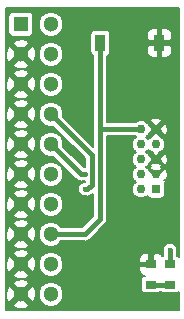
<source format=gtl>
G04 #@! TF.GenerationSoftware,KiCad,Pcbnew,5.0.1-33cea8e~68~ubuntu18.04.1*
G04 #@! TF.CreationDate,2018-11-22T22:47:37+01:00*
G04 #@! TF.ProjectId,jtag_20pin_to_10pin,6A7461675F323070696E5F746F5F3130,rev?*
G04 #@! TF.SameCoordinates,Original*
G04 #@! TF.FileFunction,Copper,L1,Top,Signal*
G04 #@! TF.FilePolarity,Positive*
%FSLAX46Y46*%
G04 Gerber Fmt 4.6, Leading zero omitted, Abs format (unit mm)*
G04 Created by KiCad (PCBNEW 5.0.1-33cea8e~68~ubuntu18.04.1) date do 22 nov 2018 22:47:37 CET*
%MOMM*%
%LPD*%
G01*
G04 APERTURE LIST*
G04 #@! TA.AperFunction,SMDPad,CuDef*
%ADD10R,0.900000X0.700000*%
G04 #@! TD*
G04 #@! TA.AperFunction,ComponentPad*
%ADD11R,1.300000X1.300000*%
G04 #@! TD*
G04 #@! TA.AperFunction,ComponentPad*
%ADD12C,1.300000*%
G04 #@! TD*
G04 #@! TA.AperFunction,ComponentPad*
%ADD13R,0.750000X0.750000*%
G04 #@! TD*
G04 #@! TA.AperFunction,ComponentPad*
%ADD14C,0.750000*%
G04 #@! TD*
G04 #@! TA.AperFunction,SMDPad,CuDef*
%ADD15R,0.900000X1.400000*%
G04 #@! TD*
G04 #@! TA.AperFunction,ViaPad*
%ADD16C,0.381000*%
G04 #@! TD*
G04 #@! TA.AperFunction,Conductor*
%ADD17C,0.400000*%
G04 #@! TD*
G04 #@! TA.AperFunction,Conductor*
%ADD18C,0.200000*%
G04 #@! TD*
G04 APERTURE END LIST*
D10*
G04 #@! TO.P,D1,1*
G04 #@! TO.N,Net-(D1-Pad1)*
X144700000Y-93150000D03*
G04 #@! TO.P,D1,2*
G04 #@! TO.N,VCC*
X144700000Y-91450000D03*
G04 #@! TD*
D11*
G04 #@! TO.P,J1,1*
G04 #@! TO.N,VCC*
X132080000Y-71120000D03*
D12*
G04 #@! TO.P,J1,2*
X134620000Y-71120000D03*
G04 #@! TO.P,J1,3*
G04 #@! TO.N,GND*
X132080000Y-73660000D03*
G04 #@! TO.P,J1,4*
G04 #@! TO.N,N/C*
X134620000Y-73660000D03*
G04 #@! TO.P,J1,5*
G04 #@! TO.N,GND*
X132080000Y-76200000D03*
G04 #@! TO.P,J1,6*
G04 #@! TO.N,/TDI*
X134620000Y-76200000D03*
G04 #@! TO.P,J1,7*
G04 #@! TO.N,GND*
X132080000Y-78740000D03*
G04 #@! TO.P,J1,8*
G04 #@! TO.N,/TMS*
X134620000Y-78740000D03*
G04 #@! TO.P,J1,9*
G04 #@! TO.N,GND*
X132080000Y-81280000D03*
G04 #@! TO.P,J1,10*
G04 #@! TO.N,/TCK*
X134620000Y-81280000D03*
G04 #@! TO.P,J1,11*
G04 #@! TO.N,GND*
X132080000Y-83820000D03*
G04 #@! TO.P,J1,12*
G04 #@! TO.N,N/C*
X134620000Y-83820000D03*
G04 #@! TO.P,J1,13*
G04 #@! TO.N,GND*
X132080000Y-86360000D03*
G04 #@! TO.P,J1,14*
G04 #@! TO.N,/TDO*
X134620000Y-86360000D03*
G04 #@! TO.P,J1,15*
G04 #@! TO.N,GND*
X132080000Y-88900000D03*
G04 #@! TO.P,J1,16*
G04 #@! TO.N,/RESET*
X134620000Y-88900000D03*
G04 #@! TO.P,J1,17*
G04 #@! TO.N,GND*
X132080000Y-91440000D03*
G04 #@! TO.P,J1,18*
G04 #@! TO.N,N/C*
X134620000Y-91440000D03*
G04 #@! TO.P,J1,19*
G04 #@! TO.N,GND*
X132080000Y-93980000D03*
G04 #@! TO.P,J1,20*
G04 #@! TO.N,N/C*
X134620000Y-93980000D03*
G04 #@! TD*
D13*
G04 #@! TO.P,J2,1*
G04 #@! TO.N,VCC*
X143510000Y-85090000D03*
D14*
G04 #@! TO.P,J2,2*
G04 #@! TO.N,/TMS*
X142240000Y-85090000D03*
G04 #@! TO.P,J2,3*
G04 #@! TO.N,GND*
X143510000Y-83820000D03*
G04 #@! TO.P,J2,4*
G04 #@! TO.N,/TCK*
X142240000Y-83820000D03*
G04 #@! TO.P,J2,5*
G04 #@! TO.N,GND*
X143510000Y-82550000D03*
G04 #@! TO.P,J2,6*
G04 #@! TO.N,/TDO*
X142240000Y-82550000D03*
G04 #@! TO.P,J2,7*
G04 #@! TO.N,N/C*
X143510000Y-81280000D03*
G04 #@! TO.P,J2,8*
G04 #@! TO.N,/TDI*
X142240000Y-81280000D03*
G04 #@! TO.P,J2,9*
G04 #@! TO.N,GND*
X143510000Y-80010000D03*
G04 #@! TO.P,J2,10*
G04 #@! TO.N,/RESET*
X142240000Y-80010000D03*
G04 #@! TD*
D10*
G04 #@! TO.P,R1,2*
G04 #@! TO.N,GND*
X143100000Y-91450000D03*
G04 #@! TO.P,R1,1*
G04 #@! TO.N,Net-(D1-Pad1)*
X143100000Y-93150000D03*
G04 #@! TD*
D15*
G04 #@! TO.P,S2,1*
G04 #@! TO.N,/RESET*
X138800000Y-72700000D03*
G04 #@! TO.P,S2,2*
G04 #@! TO.N,GND*
X143800000Y-72700000D03*
G04 #@! TD*
D16*
G04 #@! TO.N,VCC*
X144700000Y-90200000D03*
G04 #@! TO.N,GND*
X143800000Y-74500000D03*
X143100000Y-90200000D03*
G04 #@! TO.N,/TMS*
X137510000Y-85090000D03*
G04 #@! TO.N,/TCK*
X137520000Y-83820000D03*
G04 #@! TO.N,/RESET*
X138800000Y-74100000D03*
G04 #@! TD*
D17*
G04 #@! TO.N,Net-(D1-Pad1)*
X144700000Y-93150000D02*
X143100000Y-93150000D01*
G04 #@! TO.N,VCC*
X144700000Y-91450000D02*
X144700000Y-90200000D01*
G04 #@! TO.N,GND*
X143100000Y-90200000D02*
X143100000Y-91450000D01*
G04 #@! TO.N,/TMS*
X137510000Y-85090000D02*
X137710000Y-85090000D01*
X137710000Y-85090000D02*
X138100000Y-84700000D01*
X138100000Y-82220000D02*
X134620000Y-78740000D01*
X138100000Y-84700000D02*
X138100000Y-82220000D01*
G04 #@! TO.N,/TCK*
X137160000Y-83820000D02*
X134620000Y-81280000D01*
X137520000Y-83820000D02*
X137160000Y-83820000D01*
G04 #@! TO.N,/RESET*
X138800000Y-72700000D02*
X138800000Y-74100000D01*
X137500000Y-88900000D02*
X134620000Y-88900000D01*
X138800000Y-87600000D02*
X137500000Y-88900000D01*
X138810000Y-80010000D02*
X138800000Y-80000000D01*
X142240000Y-80010000D02*
X138810000Y-80010000D01*
X138800000Y-74100000D02*
X138800000Y-80000000D01*
X138800000Y-80000000D02*
X138800000Y-87600000D01*
G04 #@! TD*
D18*
G04 #@! TO.N,GND*
G36*
X145425000Y-90802673D02*
X145306072Y-90723209D01*
X145300000Y-90722001D01*
X145300000Y-90140909D01*
X145290500Y-90093149D01*
X145290500Y-90082542D01*
X145286441Y-90072742D01*
X145265187Y-89965892D01*
X145204663Y-89875311D01*
X145200602Y-89865508D01*
X145193099Y-89858005D01*
X145132575Y-89767425D01*
X145041995Y-89706901D01*
X145034492Y-89699398D01*
X145024689Y-89695337D01*
X144934108Y-89634813D01*
X144827258Y-89613559D01*
X144817458Y-89609500D01*
X144806851Y-89609500D01*
X144700000Y-89588246D01*
X144593149Y-89609500D01*
X144582542Y-89609500D01*
X144572742Y-89613559D01*
X144465893Y-89634813D01*
X144375314Y-89695336D01*
X144365508Y-89699398D01*
X144358003Y-89706903D01*
X144267426Y-89767425D01*
X144206904Y-89858002D01*
X144199398Y-89865508D01*
X144195336Y-89875315D01*
X144134814Y-89965892D01*
X144113561Y-90072738D01*
X144109500Y-90082542D01*
X144109500Y-90093154D01*
X144100001Y-90140909D01*
X144100001Y-90722001D01*
X144093928Y-90723209D01*
X144057435Y-90747593D01*
X143894404Y-90584562D01*
X143670938Y-90492000D01*
X143406000Y-90492000D01*
X143254000Y-90644000D01*
X143254000Y-91296000D01*
X143274000Y-91296000D01*
X143274000Y-91604000D01*
X143254000Y-91604000D01*
X143254000Y-91624000D01*
X142946000Y-91624000D01*
X142946000Y-91604000D01*
X142194000Y-91604000D01*
X142042000Y-91756000D01*
X142042000Y-91920939D01*
X142134563Y-92144405D01*
X142305596Y-92315438D01*
X142529062Y-92408000D01*
X142570388Y-92408000D01*
X142493928Y-92423209D01*
X142361616Y-92511616D01*
X142273209Y-92643928D01*
X142242164Y-92800000D01*
X142242164Y-93500000D01*
X142273209Y-93656072D01*
X142361616Y-93788384D01*
X142493928Y-93876791D01*
X142650000Y-93907836D01*
X143550000Y-93907836D01*
X143706072Y-93876791D01*
X143838384Y-93788384D01*
X143864031Y-93750000D01*
X143935969Y-93750000D01*
X143961616Y-93788384D01*
X144093928Y-93876791D01*
X144250000Y-93907836D01*
X145150000Y-93907836D01*
X145306072Y-93876791D01*
X145425000Y-93797327D01*
X145425000Y-95325000D01*
X130775000Y-95325000D01*
X130775000Y-94880931D01*
X131396858Y-94880931D01*
X131456122Y-95100694D01*
X131932483Y-95254134D01*
X132431302Y-95213599D01*
X132703878Y-95100694D01*
X132763142Y-94880931D01*
X132080000Y-94197789D01*
X131396858Y-94880931D01*
X130775000Y-94880931D01*
X130775000Y-93832483D01*
X130805866Y-93832483D01*
X130846401Y-94331302D01*
X130959306Y-94603878D01*
X131179069Y-94663142D01*
X131862211Y-93980000D01*
X132297789Y-93980000D01*
X132980931Y-94663142D01*
X133200694Y-94603878D01*
X133354134Y-94127517D01*
X133325175Y-93771142D01*
X133570000Y-93771142D01*
X133570000Y-94188858D01*
X133729853Y-94574777D01*
X134025223Y-94870147D01*
X134411142Y-95030000D01*
X134828858Y-95030000D01*
X135214777Y-94870147D01*
X135510147Y-94574777D01*
X135670000Y-94188858D01*
X135670000Y-93771142D01*
X135510147Y-93385223D01*
X135214777Y-93089853D01*
X134828858Y-92930000D01*
X134411142Y-92930000D01*
X134025223Y-93089853D01*
X133729853Y-93385223D01*
X133570000Y-93771142D01*
X133325175Y-93771142D01*
X133313599Y-93628698D01*
X133200694Y-93356122D01*
X132980931Y-93296858D01*
X132297789Y-93980000D01*
X131862211Y-93980000D01*
X131179069Y-93296858D01*
X130959306Y-93356122D01*
X130805866Y-93832483D01*
X130775000Y-93832483D01*
X130775000Y-93079069D01*
X131396858Y-93079069D01*
X132080000Y-93762211D01*
X132763142Y-93079069D01*
X132703878Y-92859306D01*
X132227517Y-92705866D01*
X131728698Y-92746401D01*
X131456122Y-92859306D01*
X131396858Y-93079069D01*
X130775000Y-93079069D01*
X130775000Y-92340931D01*
X131396858Y-92340931D01*
X131456122Y-92560694D01*
X131932483Y-92714134D01*
X132431302Y-92673599D01*
X132703878Y-92560694D01*
X132763142Y-92340931D01*
X132080000Y-91657789D01*
X131396858Y-92340931D01*
X130775000Y-92340931D01*
X130775000Y-91292483D01*
X130805866Y-91292483D01*
X130846401Y-91791302D01*
X130959306Y-92063878D01*
X131179069Y-92123142D01*
X131862211Y-91440000D01*
X132297789Y-91440000D01*
X132980931Y-92123142D01*
X133200694Y-92063878D01*
X133354134Y-91587517D01*
X133325175Y-91231142D01*
X133570000Y-91231142D01*
X133570000Y-91648858D01*
X133729853Y-92034777D01*
X134025223Y-92330147D01*
X134411142Y-92490000D01*
X134828858Y-92490000D01*
X135214777Y-92330147D01*
X135510147Y-92034777D01*
X135670000Y-91648858D01*
X135670000Y-91231142D01*
X135565585Y-90979061D01*
X142042000Y-90979061D01*
X142042000Y-91144000D01*
X142194000Y-91296000D01*
X142946000Y-91296000D01*
X142946000Y-90644000D01*
X142794000Y-90492000D01*
X142529062Y-90492000D01*
X142305596Y-90584562D01*
X142134563Y-90755595D01*
X142042000Y-90979061D01*
X135565585Y-90979061D01*
X135510147Y-90845223D01*
X135214777Y-90549853D01*
X134828858Y-90390000D01*
X134411142Y-90390000D01*
X134025223Y-90549853D01*
X133729853Y-90845223D01*
X133570000Y-91231142D01*
X133325175Y-91231142D01*
X133313599Y-91088698D01*
X133200694Y-90816122D01*
X132980931Y-90756858D01*
X132297789Y-91440000D01*
X131862211Y-91440000D01*
X131179069Y-90756858D01*
X130959306Y-90816122D01*
X130805866Y-91292483D01*
X130775000Y-91292483D01*
X130775000Y-90539069D01*
X131396858Y-90539069D01*
X132080000Y-91222211D01*
X132763142Y-90539069D01*
X132703878Y-90319306D01*
X132227517Y-90165866D01*
X131728698Y-90206401D01*
X131456122Y-90319306D01*
X131396858Y-90539069D01*
X130775000Y-90539069D01*
X130775000Y-89800931D01*
X131396858Y-89800931D01*
X131456122Y-90020694D01*
X131932483Y-90174134D01*
X132431302Y-90133599D01*
X132703878Y-90020694D01*
X132763142Y-89800931D01*
X132080000Y-89117789D01*
X131396858Y-89800931D01*
X130775000Y-89800931D01*
X130775000Y-88752483D01*
X130805866Y-88752483D01*
X130846401Y-89251302D01*
X130959306Y-89523878D01*
X131179069Y-89583142D01*
X131862211Y-88900000D01*
X132297789Y-88900000D01*
X132980931Y-89583142D01*
X133200694Y-89523878D01*
X133354134Y-89047517D01*
X133313599Y-88548698D01*
X133200694Y-88276122D01*
X132980931Y-88216858D01*
X132297789Y-88900000D01*
X131862211Y-88900000D01*
X131179069Y-88216858D01*
X130959306Y-88276122D01*
X130805866Y-88752483D01*
X130775000Y-88752483D01*
X130775000Y-87999069D01*
X131396858Y-87999069D01*
X132080000Y-88682211D01*
X132763142Y-87999069D01*
X132703878Y-87779306D01*
X132227517Y-87625866D01*
X131728698Y-87666401D01*
X131456122Y-87779306D01*
X131396858Y-87999069D01*
X130775000Y-87999069D01*
X130775000Y-87260931D01*
X131396858Y-87260931D01*
X131456122Y-87480694D01*
X131932483Y-87634134D01*
X132431302Y-87593599D01*
X132703878Y-87480694D01*
X132763142Y-87260931D01*
X132080000Y-86577789D01*
X131396858Y-87260931D01*
X130775000Y-87260931D01*
X130775000Y-86212483D01*
X130805866Y-86212483D01*
X130846401Y-86711302D01*
X130959306Y-86983878D01*
X131179069Y-87043142D01*
X131862211Y-86360000D01*
X132297789Y-86360000D01*
X132980931Y-87043142D01*
X133200694Y-86983878D01*
X133354134Y-86507517D01*
X133325175Y-86151142D01*
X133570000Y-86151142D01*
X133570000Y-86568858D01*
X133729853Y-86954777D01*
X134025223Y-87250147D01*
X134411142Y-87410000D01*
X134828858Y-87410000D01*
X135214777Y-87250147D01*
X135510147Y-86954777D01*
X135670000Y-86568858D01*
X135670000Y-86151142D01*
X135510147Y-85765223D01*
X135214777Y-85469853D01*
X134828858Y-85310000D01*
X134411142Y-85310000D01*
X134025223Y-85469853D01*
X133729853Y-85765223D01*
X133570000Y-86151142D01*
X133325175Y-86151142D01*
X133313599Y-86008698D01*
X133200694Y-85736122D01*
X132980931Y-85676858D01*
X132297789Y-86360000D01*
X131862211Y-86360000D01*
X131179069Y-85676858D01*
X130959306Y-85736122D01*
X130805866Y-86212483D01*
X130775000Y-86212483D01*
X130775000Y-85459069D01*
X131396858Y-85459069D01*
X132080000Y-86142211D01*
X132763142Y-85459069D01*
X132703878Y-85239306D01*
X132227517Y-85085866D01*
X131728698Y-85126401D01*
X131456122Y-85239306D01*
X131396858Y-85459069D01*
X130775000Y-85459069D01*
X130775000Y-84720931D01*
X131396858Y-84720931D01*
X131456122Y-84940694D01*
X131932483Y-85094134D01*
X132431302Y-85053599D01*
X132703878Y-84940694D01*
X132763142Y-84720931D01*
X132080000Y-84037789D01*
X131396858Y-84720931D01*
X130775000Y-84720931D01*
X130775000Y-83672483D01*
X130805866Y-83672483D01*
X130846401Y-84171302D01*
X130959306Y-84443878D01*
X131179069Y-84503142D01*
X131862211Y-83820000D01*
X132297789Y-83820000D01*
X132980931Y-84503142D01*
X133200694Y-84443878D01*
X133354134Y-83967517D01*
X133325175Y-83611142D01*
X133570000Y-83611142D01*
X133570000Y-84028858D01*
X133729853Y-84414777D01*
X134025223Y-84710147D01*
X134411142Y-84870000D01*
X134828858Y-84870000D01*
X135214777Y-84710147D01*
X135510147Y-84414777D01*
X135670000Y-84028858D01*
X135670000Y-83611142D01*
X135510147Y-83225223D01*
X135214777Y-82929853D01*
X134828858Y-82770000D01*
X134411142Y-82770000D01*
X134025223Y-82929853D01*
X133729853Y-83225223D01*
X133570000Y-83611142D01*
X133325175Y-83611142D01*
X133313599Y-83468698D01*
X133200694Y-83196122D01*
X132980931Y-83136858D01*
X132297789Y-83820000D01*
X131862211Y-83820000D01*
X131179069Y-83136858D01*
X130959306Y-83196122D01*
X130805866Y-83672483D01*
X130775000Y-83672483D01*
X130775000Y-82919069D01*
X131396858Y-82919069D01*
X132080000Y-83602211D01*
X132763142Y-82919069D01*
X132703878Y-82699306D01*
X132227517Y-82545866D01*
X131728698Y-82586401D01*
X131456122Y-82699306D01*
X131396858Y-82919069D01*
X130775000Y-82919069D01*
X130775000Y-82180931D01*
X131396858Y-82180931D01*
X131456122Y-82400694D01*
X131932483Y-82554134D01*
X132431302Y-82513599D01*
X132703878Y-82400694D01*
X132763142Y-82180931D01*
X132080000Y-81497789D01*
X131396858Y-82180931D01*
X130775000Y-82180931D01*
X130775000Y-81132483D01*
X130805866Y-81132483D01*
X130846401Y-81631302D01*
X130959306Y-81903878D01*
X131179069Y-81963142D01*
X131862211Y-81280000D01*
X132297789Y-81280000D01*
X132980931Y-81963142D01*
X133200694Y-81903878D01*
X133354134Y-81427517D01*
X133313599Y-80928698D01*
X133200694Y-80656122D01*
X132980931Y-80596858D01*
X132297789Y-81280000D01*
X131862211Y-81280000D01*
X131179069Y-80596858D01*
X130959306Y-80656122D01*
X130805866Y-81132483D01*
X130775000Y-81132483D01*
X130775000Y-80379069D01*
X131396858Y-80379069D01*
X132080000Y-81062211D01*
X132763142Y-80379069D01*
X132703878Y-80159306D01*
X132227517Y-80005866D01*
X131728698Y-80046401D01*
X131456122Y-80159306D01*
X131396858Y-80379069D01*
X130775000Y-80379069D01*
X130775000Y-79640931D01*
X131396858Y-79640931D01*
X131456122Y-79860694D01*
X131932483Y-80014134D01*
X132431302Y-79973599D01*
X132703878Y-79860694D01*
X132763142Y-79640931D01*
X132080000Y-78957789D01*
X131396858Y-79640931D01*
X130775000Y-79640931D01*
X130775000Y-78592483D01*
X130805866Y-78592483D01*
X130846401Y-79091302D01*
X130959306Y-79363878D01*
X131179069Y-79423142D01*
X131862211Y-78740000D01*
X132297789Y-78740000D01*
X132980931Y-79423142D01*
X133200694Y-79363878D01*
X133354134Y-78887517D01*
X133325175Y-78531142D01*
X133570000Y-78531142D01*
X133570000Y-78948858D01*
X133729853Y-79334777D01*
X134025223Y-79630147D01*
X134411142Y-79790000D01*
X134821473Y-79790000D01*
X137500001Y-82468529D01*
X137500001Y-83220000D01*
X137408528Y-83220000D01*
X135670000Y-81481473D01*
X135670000Y-81071142D01*
X135510147Y-80685223D01*
X135214777Y-80389853D01*
X134828858Y-80230000D01*
X134411142Y-80230000D01*
X134025223Y-80389853D01*
X133729853Y-80685223D01*
X133570000Y-81071142D01*
X133570000Y-81488858D01*
X133729853Y-81874777D01*
X134025223Y-82170147D01*
X134411142Y-82330000D01*
X134821473Y-82330000D01*
X136693953Y-84202481D01*
X136727425Y-84252575D01*
X136925892Y-84385187D01*
X137100909Y-84420000D01*
X137100913Y-84420000D01*
X137159999Y-84431753D01*
X137219085Y-84420000D01*
X137500000Y-84420000D01*
X137500000Y-84451472D01*
X137461473Y-84490000D01*
X137450909Y-84490000D01*
X137403149Y-84499500D01*
X137392542Y-84499500D01*
X137382742Y-84503559D01*
X137275892Y-84524813D01*
X137185311Y-84585337D01*
X137175508Y-84589398D01*
X137168005Y-84596901D01*
X137077425Y-84657425D01*
X137016901Y-84748005D01*
X137009398Y-84755508D01*
X137005337Y-84765311D01*
X136944813Y-84855892D01*
X136923559Y-84962742D01*
X136919500Y-84972542D01*
X136919500Y-84983149D01*
X136898246Y-85090000D01*
X136919500Y-85196851D01*
X136919500Y-85207458D01*
X136923559Y-85217258D01*
X136944813Y-85324108D01*
X137005337Y-85414689D01*
X137009398Y-85424492D01*
X137016901Y-85431995D01*
X137077425Y-85522575D01*
X137168005Y-85583099D01*
X137175508Y-85590602D01*
X137185311Y-85594663D01*
X137275892Y-85655187D01*
X137382742Y-85676441D01*
X137392542Y-85680500D01*
X137403149Y-85680500D01*
X137450909Y-85690000D01*
X137650914Y-85690000D01*
X137710000Y-85701753D01*
X137769086Y-85690000D01*
X137769091Y-85690000D01*
X137944108Y-85655187D01*
X138142575Y-85522575D01*
X138176048Y-85472479D01*
X138200001Y-85448527D01*
X138200001Y-87351471D01*
X137251473Y-88300000D01*
X135504924Y-88300000D01*
X135214777Y-88009853D01*
X134828858Y-87850000D01*
X134411142Y-87850000D01*
X134025223Y-88009853D01*
X133729853Y-88305223D01*
X133570000Y-88691142D01*
X133570000Y-89108858D01*
X133729853Y-89494777D01*
X134025223Y-89790147D01*
X134411142Y-89950000D01*
X134828858Y-89950000D01*
X135214777Y-89790147D01*
X135504924Y-89500000D01*
X137440914Y-89500000D01*
X137500000Y-89511753D01*
X137559086Y-89500000D01*
X137559091Y-89500000D01*
X137734108Y-89465187D01*
X137932575Y-89332575D01*
X137966049Y-89282479D01*
X139182481Y-88066047D01*
X139232575Y-88032575D01*
X139365187Y-87834108D01*
X139400000Y-87659091D01*
X139400000Y-87659088D01*
X139411753Y-87600000D01*
X139400000Y-87540912D01*
X139400000Y-80610000D01*
X141743985Y-80610000D01*
X141778985Y-80645000D01*
X141582987Y-80840998D01*
X141465000Y-81125843D01*
X141465000Y-81434157D01*
X141582987Y-81719002D01*
X141778985Y-81915000D01*
X141582987Y-82110998D01*
X141465000Y-82395843D01*
X141465000Y-82704157D01*
X141582987Y-82989002D01*
X141778985Y-83185000D01*
X141582987Y-83380998D01*
X141465000Y-83665843D01*
X141465000Y-83974157D01*
X141582987Y-84259002D01*
X141778985Y-84455000D01*
X141582987Y-84650998D01*
X141465000Y-84935843D01*
X141465000Y-85244157D01*
X141582987Y-85529002D01*
X141800998Y-85747013D01*
X142085843Y-85865000D01*
X142394157Y-85865000D01*
X142679002Y-85747013D01*
X142776928Y-85649087D01*
X142846616Y-85753384D01*
X142978928Y-85841791D01*
X143135000Y-85872836D01*
X143885000Y-85872836D01*
X144041072Y-85841791D01*
X144173384Y-85753384D01*
X144261791Y-85621072D01*
X144292836Y-85465000D01*
X144292836Y-84715000D01*
X144261791Y-84558928D01*
X144231317Y-84513319D01*
X144326214Y-84418422D01*
X144210176Y-84302385D01*
X144401734Y-84277528D01*
X144508942Y-83901449D01*
X144464072Y-83512971D01*
X144401734Y-83362472D01*
X144210174Y-83337615D01*
X143727789Y-83820000D01*
X143741931Y-83834142D01*
X143524142Y-84051931D01*
X143510000Y-84037789D01*
X143495858Y-84051931D01*
X143278069Y-83834142D01*
X143292211Y-83820000D01*
X142927987Y-83455776D01*
X142897013Y-83380998D01*
X142701015Y-83185000D01*
X142766189Y-83119826D01*
X143027615Y-83119826D01*
X143092789Y-83185000D01*
X143027615Y-83250174D01*
X143052472Y-83441734D01*
X143428551Y-83548942D01*
X143453813Y-83546024D01*
X143510000Y-83602211D01*
X143580861Y-83531350D01*
X143817029Y-83504072D01*
X143967528Y-83441734D01*
X143992385Y-83250174D01*
X143927211Y-83185000D01*
X143992385Y-83119826D01*
X143967528Y-82928266D01*
X143591449Y-82821058D01*
X143566187Y-82823976D01*
X143510000Y-82767789D01*
X143439139Y-82838650D01*
X143202971Y-82865928D01*
X143052472Y-82928266D01*
X143027615Y-83119826D01*
X142766189Y-83119826D01*
X142897013Y-82989002D01*
X142927987Y-82914224D01*
X143292211Y-82550000D01*
X143727789Y-82550000D01*
X144210174Y-83032385D01*
X144401734Y-83007528D01*
X144508942Y-82631449D01*
X144464072Y-82242971D01*
X144401734Y-82092472D01*
X144210174Y-82067615D01*
X143727789Y-82550000D01*
X143292211Y-82550000D01*
X142927987Y-82185776D01*
X142897013Y-82110998D01*
X142701015Y-81915000D01*
X142875000Y-81741015D01*
X143070998Y-81937013D01*
X143145776Y-81967987D01*
X143510000Y-82332211D01*
X143874224Y-81967987D01*
X143949002Y-81937013D01*
X144167013Y-81719002D01*
X144285000Y-81434157D01*
X144285000Y-81125843D01*
X144167013Y-80840998D01*
X143949002Y-80622987D01*
X143874224Y-80592013D01*
X143510000Y-80227789D01*
X143145776Y-80592013D01*
X143070998Y-80622987D01*
X142875000Y-80818985D01*
X142701015Y-80645000D01*
X142897013Y-80449002D01*
X142927987Y-80374224D01*
X143292211Y-80010000D01*
X143727789Y-80010000D01*
X144210174Y-80492385D01*
X144401734Y-80467528D01*
X144508942Y-80091449D01*
X144464072Y-79702971D01*
X144401734Y-79552472D01*
X144210174Y-79527615D01*
X143727789Y-80010000D01*
X143292211Y-80010000D01*
X142927987Y-79645776D01*
X142897013Y-79570998D01*
X142679002Y-79352987D01*
X142574803Y-79309826D01*
X143027615Y-79309826D01*
X143510000Y-79792211D01*
X143992385Y-79309826D01*
X143967528Y-79118266D01*
X143591449Y-79011058D01*
X143202971Y-79055928D01*
X143052472Y-79118266D01*
X143027615Y-79309826D01*
X142574803Y-79309826D01*
X142394157Y-79235000D01*
X142085843Y-79235000D01*
X141800998Y-79352987D01*
X141743985Y-79410000D01*
X139400000Y-79410000D01*
X139400000Y-73777999D01*
X139406072Y-73776791D01*
X139538384Y-73688384D01*
X139626791Y-73556072D01*
X139657836Y-73400000D01*
X139657836Y-73006000D01*
X142742000Y-73006000D01*
X142742000Y-73520938D01*
X142834562Y-73744404D01*
X143005595Y-73915437D01*
X143229061Y-74008000D01*
X143494000Y-74008000D01*
X143646000Y-73856000D01*
X143646000Y-72854000D01*
X143954000Y-72854000D01*
X143954000Y-73856000D01*
X144106000Y-74008000D01*
X144370939Y-74008000D01*
X144594405Y-73915437D01*
X144765438Y-73744404D01*
X144858000Y-73520938D01*
X144858000Y-73006000D01*
X144706000Y-72854000D01*
X143954000Y-72854000D01*
X143646000Y-72854000D01*
X142894000Y-72854000D01*
X142742000Y-73006000D01*
X139657836Y-73006000D01*
X139657836Y-72000000D01*
X139633780Y-71879062D01*
X142742000Y-71879062D01*
X142742000Y-72394000D01*
X142894000Y-72546000D01*
X143646000Y-72546000D01*
X143646000Y-71544000D01*
X143954000Y-71544000D01*
X143954000Y-72546000D01*
X144706000Y-72546000D01*
X144858000Y-72394000D01*
X144858000Y-71879062D01*
X144765438Y-71655596D01*
X144594405Y-71484563D01*
X144370939Y-71392000D01*
X144106000Y-71392000D01*
X143954000Y-71544000D01*
X143646000Y-71544000D01*
X143494000Y-71392000D01*
X143229061Y-71392000D01*
X143005595Y-71484563D01*
X142834562Y-71655596D01*
X142742000Y-71879062D01*
X139633780Y-71879062D01*
X139626791Y-71843928D01*
X139538384Y-71711616D01*
X139406072Y-71623209D01*
X139250000Y-71592164D01*
X138350000Y-71592164D01*
X138193928Y-71623209D01*
X138061616Y-71711616D01*
X137973209Y-71843928D01*
X137942164Y-72000000D01*
X137942164Y-73400000D01*
X137973209Y-73556072D01*
X138061616Y-73688384D01*
X138193928Y-73776791D01*
X138200001Y-73777999D01*
X138200001Y-74040905D01*
X138200000Y-74040910D01*
X138200001Y-79940905D01*
X138200000Y-79940910D01*
X138200000Y-79940914D01*
X138188247Y-80000000D01*
X138200000Y-80059086D01*
X138200000Y-81471472D01*
X135670000Y-78941473D01*
X135670000Y-78531142D01*
X135510147Y-78145223D01*
X135214777Y-77849853D01*
X134828858Y-77690000D01*
X134411142Y-77690000D01*
X134025223Y-77849853D01*
X133729853Y-78145223D01*
X133570000Y-78531142D01*
X133325175Y-78531142D01*
X133313599Y-78388698D01*
X133200694Y-78116122D01*
X132980931Y-78056858D01*
X132297789Y-78740000D01*
X131862211Y-78740000D01*
X131179069Y-78056858D01*
X130959306Y-78116122D01*
X130805866Y-78592483D01*
X130775000Y-78592483D01*
X130775000Y-77839069D01*
X131396858Y-77839069D01*
X132080000Y-78522211D01*
X132763142Y-77839069D01*
X132703878Y-77619306D01*
X132227517Y-77465866D01*
X131728698Y-77506401D01*
X131456122Y-77619306D01*
X131396858Y-77839069D01*
X130775000Y-77839069D01*
X130775000Y-77100931D01*
X131396858Y-77100931D01*
X131456122Y-77320694D01*
X131932483Y-77474134D01*
X132431302Y-77433599D01*
X132703878Y-77320694D01*
X132763142Y-77100931D01*
X132080000Y-76417789D01*
X131396858Y-77100931D01*
X130775000Y-77100931D01*
X130775000Y-76052483D01*
X130805866Y-76052483D01*
X130846401Y-76551302D01*
X130959306Y-76823878D01*
X131179069Y-76883142D01*
X131862211Y-76200000D01*
X132297789Y-76200000D01*
X132980931Y-76883142D01*
X133200694Y-76823878D01*
X133354134Y-76347517D01*
X133325175Y-75991142D01*
X133570000Y-75991142D01*
X133570000Y-76408858D01*
X133729853Y-76794777D01*
X134025223Y-77090147D01*
X134411142Y-77250000D01*
X134828858Y-77250000D01*
X135214777Y-77090147D01*
X135510147Y-76794777D01*
X135670000Y-76408858D01*
X135670000Y-75991142D01*
X135510147Y-75605223D01*
X135214777Y-75309853D01*
X134828858Y-75150000D01*
X134411142Y-75150000D01*
X134025223Y-75309853D01*
X133729853Y-75605223D01*
X133570000Y-75991142D01*
X133325175Y-75991142D01*
X133313599Y-75848698D01*
X133200694Y-75576122D01*
X132980931Y-75516858D01*
X132297789Y-76200000D01*
X131862211Y-76200000D01*
X131179069Y-75516858D01*
X130959306Y-75576122D01*
X130805866Y-76052483D01*
X130775000Y-76052483D01*
X130775000Y-75299069D01*
X131396858Y-75299069D01*
X132080000Y-75982211D01*
X132763142Y-75299069D01*
X132703878Y-75079306D01*
X132227517Y-74925866D01*
X131728698Y-74966401D01*
X131456122Y-75079306D01*
X131396858Y-75299069D01*
X130775000Y-75299069D01*
X130775000Y-74560931D01*
X131396858Y-74560931D01*
X131456122Y-74780694D01*
X131932483Y-74934134D01*
X132431302Y-74893599D01*
X132703878Y-74780694D01*
X132763142Y-74560931D01*
X132080000Y-73877789D01*
X131396858Y-74560931D01*
X130775000Y-74560931D01*
X130775000Y-73512483D01*
X130805866Y-73512483D01*
X130846401Y-74011302D01*
X130959306Y-74283878D01*
X131179069Y-74343142D01*
X131862211Y-73660000D01*
X132297789Y-73660000D01*
X132980931Y-74343142D01*
X133200694Y-74283878D01*
X133354134Y-73807517D01*
X133325175Y-73451142D01*
X133570000Y-73451142D01*
X133570000Y-73868858D01*
X133729853Y-74254777D01*
X134025223Y-74550147D01*
X134411142Y-74710000D01*
X134828858Y-74710000D01*
X135214777Y-74550147D01*
X135510147Y-74254777D01*
X135670000Y-73868858D01*
X135670000Y-73451142D01*
X135510147Y-73065223D01*
X135214777Y-72769853D01*
X134828858Y-72610000D01*
X134411142Y-72610000D01*
X134025223Y-72769853D01*
X133729853Y-73065223D01*
X133570000Y-73451142D01*
X133325175Y-73451142D01*
X133313599Y-73308698D01*
X133200694Y-73036122D01*
X132980931Y-72976858D01*
X132297789Y-73660000D01*
X131862211Y-73660000D01*
X131179069Y-72976858D01*
X130959306Y-73036122D01*
X130805866Y-73512483D01*
X130775000Y-73512483D01*
X130775000Y-72759069D01*
X131396858Y-72759069D01*
X132080000Y-73442211D01*
X132763142Y-72759069D01*
X132703878Y-72539306D01*
X132227517Y-72385866D01*
X131728698Y-72426401D01*
X131456122Y-72539306D01*
X131396858Y-72759069D01*
X130775000Y-72759069D01*
X130775000Y-70470000D01*
X131022164Y-70470000D01*
X131022164Y-71770000D01*
X131053209Y-71926072D01*
X131141616Y-72058384D01*
X131273928Y-72146791D01*
X131430000Y-72177836D01*
X132730000Y-72177836D01*
X132886072Y-72146791D01*
X133018384Y-72058384D01*
X133106791Y-71926072D01*
X133137836Y-71770000D01*
X133137836Y-70911142D01*
X133570000Y-70911142D01*
X133570000Y-71328858D01*
X133729853Y-71714777D01*
X134025223Y-72010147D01*
X134411142Y-72170000D01*
X134828858Y-72170000D01*
X135214777Y-72010147D01*
X135510147Y-71714777D01*
X135670000Y-71328858D01*
X135670000Y-70911142D01*
X135510147Y-70525223D01*
X135214777Y-70229853D01*
X134828858Y-70070000D01*
X134411142Y-70070000D01*
X134025223Y-70229853D01*
X133729853Y-70525223D01*
X133570000Y-70911142D01*
X133137836Y-70911142D01*
X133137836Y-70470000D01*
X133106791Y-70313928D01*
X133018384Y-70181616D01*
X132886072Y-70093209D01*
X132730000Y-70062164D01*
X131430000Y-70062164D01*
X131273928Y-70093209D01*
X131141616Y-70181616D01*
X131053209Y-70313928D01*
X131022164Y-70470000D01*
X130775000Y-70470000D01*
X130775000Y-69775000D01*
X145425001Y-69775000D01*
X145425000Y-90802673D01*
X145425000Y-90802673D01*
G37*
X145425000Y-90802673D02*
X145306072Y-90723209D01*
X145300000Y-90722001D01*
X145300000Y-90140909D01*
X145290500Y-90093149D01*
X145290500Y-90082542D01*
X145286441Y-90072742D01*
X145265187Y-89965892D01*
X145204663Y-89875311D01*
X145200602Y-89865508D01*
X145193099Y-89858005D01*
X145132575Y-89767425D01*
X145041995Y-89706901D01*
X145034492Y-89699398D01*
X145024689Y-89695337D01*
X144934108Y-89634813D01*
X144827258Y-89613559D01*
X144817458Y-89609500D01*
X144806851Y-89609500D01*
X144700000Y-89588246D01*
X144593149Y-89609500D01*
X144582542Y-89609500D01*
X144572742Y-89613559D01*
X144465893Y-89634813D01*
X144375314Y-89695336D01*
X144365508Y-89699398D01*
X144358003Y-89706903D01*
X144267426Y-89767425D01*
X144206904Y-89858002D01*
X144199398Y-89865508D01*
X144195336Y-89875315D01*
X144134814Y-89965892D01*
X144113561Y-90072738D01*
X144109500Y-90082542D01*
X144109500Y-90093154D01*
X144100001Y-90140909D01*
X144100001Y-90722001D01*
X144093928Y-90723209D01*
X144057435Y-90747593D01*
X143894404Y-90584562D01*
X143670938Y-90492000D01*
X143406000Y-90492000D01*
X143254000Y-90644000D01*
X143254000Y-91296000D01*
X143274000Y-91296000D01*
X143274000Y-91604000D01*
X143254000Y-91604000D01*
X143254000Y-91624000D01*
X142946000Y-91624000D01*
X142946000Y-91604000D01*
X142194000Y-91604000D01*
X142042000Y-91756000D01*
X142042000Y-91920939D01*
X142134563Y-92144405D01*
X142305596Y-92315438D01*
X142529062Y-92408000D01*
X142570388Y-92408000D01*
X142493928Y-92423209D01*
X142361616Y-92511616D01*
X142273209Y-92643928D01*
X142242164Y-92800000D01*
X142242164Y-93500000D01*
X142273209Y-93656072D01*
X142361616Y-93788384D01*
X142493928Y-93876791D01*
X142650000Y-93907836D01*
X143550000Y-93907836D01*
X143706072Y-93876791D01*
X143838384Y-93788384D01*
X143864031Y-93750000D01*
X143935969Y-93750000D01*
X143961616Y-93788384D01*
X144093928Y-93876791D01*
X144250000Y-93907836D01*
X145150000Y-93907836D01*
X145306072Y-93876791D01*
X145425000Y-93797327D01*
X145425000Y-95325000D01*
X130775000Y-95325000D01*
X130775000Y-94880931D01*
X131396858Y-94880931D01*
X131456122Y-95100694D01*
X131932483Y-95254134D01*
X132431302Y-95213599D01*
X132703878Y-95100694D01*
X132763142Y-94880931D01*
X132080000Y-94197789D01*
X131396858Y-94880931D01*
X130775000Y-94880931D01*
X130775000Y-93832483D01*
X130805866Y-93832483D01*
X130846401Y-94331302D01*
X130959306Y-94603878D01*
X131179069Y-94663142D01*
X131862211Y-93980000D01*
X132297789Y-93980000D01*
X132980931Y-94663142D01*
X133200694Y-94603878D01*
X133354134Y-94127517D01*
X133325175Y-93771142D01*
X133570000Y-93771142D01*
X133570000Y-94188858D01*
X133729853Y-94574777D01*
X134025223Y-94870147D01*
X134411142Y-95030000D01*
X134828858Y-95030000D01*
X135214777Y-94870147D01*
X135510147Y-94574777D01*
X135670000Y-94188858D01*
X135670000Y-93771142D01*
X135510147Y-93385223D01*
X135214777Y-93089853D01*
X134828858Y-92930000D01*
X134411142Y-92930000D01*
X134025223Y-93089853D01*
X133729853Y-93385223D01*
X133570000Y-93771142D01*
X133325175Y-93771142D01*
X133313599Y-93628698D01*
X133200694Y-93356122D01*
X132980931Y-93296858D01*
X132297789Y-93980000D01*
X131862211Y-93980000D01*
X131179069Y-93296858D01*
X130959306Y-93356122D01*
X130805866Y-93832483D01*
X130775000Y-93832483D01*
X130775000Y-93079069D01*
X131396858Y-93079069D01*
X132080000Y-93762211D01*
X132763142Y-93079069D01*
X132703878Y-92859306D01*
X132227517Y-92705866D01*
X131728698Y-92746401D01*
X131456122Y-92859306D01*
X131396858Y-93079069D01*
X130775000Y-93079069D01*
X130775000Y-92340931D01*
X131396858Y-92340931D01*
X131456122Y-92560694D01*
X131932483Y-92714134D01*
X132431302Y-92673599D01*
X132703878Y-92560694D01*
X132763142Y-92340931D01*
X132080000Y-91657789D01*
X131396858Y-92340931D01*
X130775000Y-92340931D01*
X130775000Y-91292483D01*
X130805866Y-91292483D01*
X130846401Y-91791302D01*
X130959306Y-92063878D01*
X131179069Y-92123142D01*
X131862211Y-91440000D01*
X132297789Y-91440000D01*
X132980931Y-92123142D01*
X133200694Y-92063878D01*
X133354134Y-91587517D01*
X133325175Y-91231142D01*
X133570000Y-91231142D01*
X133570000Y-91648858D01*
X133729853Y-92034777D01*
X134025223Y-92330147D01*
X134411142Y-92490000D01*
X134828858Y-92490000D01*
X135214777Y-92330147D01*
X135510147Y-92034777D01*
X135670000Y-91648858D01*
X135670000Y-91231142D01*
X135565585Y-90979061D01*
X142042000Y-90979061D01*
X142042000Y-91144000D01*
X142194000Y-91296000D01*
X142946000Y-91296000D01*
X142946000Y-90644000D01*
X142794000Y-90492000D01*
X142529062Y-90492000D01*
X142305596Y-90584562D01*
X142134563Y-90755595D01*
X142042000Y-90979061D01*
X135565585Y-90979061D01*
X135510147Y-90845223D01*
X135214777Y-90549853D01*
X134828858Y-90390000D01*
X134411142Y-90390000D01*
X134025223Y-90549853D01*
X133729853Y-90845223D01*
X133570000Y-91231142D01*
X133325175Y-91231142D01*
X133313599Y-91088698D01*
X133200694Y-90816122D01*
X132980931Y-90756858D01*
X132297789Y-91440000D01*
X131862211Y-91440000D01*
X131179069Y-90756858D01*
X130959306Y-90816122D01*
X130805866Y-91292483D01*
X130775000Y-91292483D01*
X130775000Y-90539069D01*
X131396858Y-90539069D01*
X132080000Y-91222211D01*
X132763142Y-90539069D01*
X132703878Y-90319306D01*
X132227517Y-90165866D01*
X131728698Y-90206401D01*
X131456122Y-90319306D01*
X131396858Y-90539069D01*
X130775000Y-90539069D01*
X130775000Y-89800931D01*
X131396858Y-89800931D01*
X131456122Y-90020694D01*
X131932483Y-90174134D01*
X132431302Y-90133599D01*
X132703878Y-90020694D01*
X132763142Y-89800931D01*
X132080000Y-89117789D01*
X131396858Y-89800931D01*
X130775000Y-89800931D01*
X130775000Y-88752483D01*
X130805866Y-88752483D01*
X130846401Y-89251302D01*
X130959306Y-89523878D01*
X131179069Y-89583142D01*
X131862211Y-88900000D01*
X132297789Y-88900000D01*
X132980931Y-89583142D01*
X133200694Y-89523878D01*
X133354134Y-89047517D01*
X133313599Y-88548698D01*
X133200694Y-88276122D01*
X132980931Y-88216858D01*
X132297789Y-88900000D01*
X131862211Y-88900000D01*
X131179069Y-88216858D01*
X130959306Y-88276122D01*
X130805866Y-88752483D01*
X130775000Y-88752483D01*
X130775000Y-87999069D01*
X131396858Y-87999069D01*
X132080000Y-88682211D01*
X132763142Y-87999069D01*
X132703878Y-87779306D01*
X132227517Y-87625866D01*
X131728698Y-87666401D01*
X131456122Y-87779306D01*
X131396858Y-87999069D01*
X130775000Y-87999069D01*
X130775000Y-87260931D01*
X131396858Y-87260931D01*
X131456122Y-87480694D01*
X131932483Y-87634134D01*
X132431302Y-87593599D01*
X132703878Y-87480694D01*
X132763142Y-87260931D01*
X132080000Y-86577789D01*
X131396858Y-87260931D01*
X130775000Y-87260931D01*
X130775000Y-86212483D01*
X130805866Y-86212483D01*
X130846401Y-86711302D01*
X130959306Y-86983878D01*
X131179069Y-87043142D01*
X131862211Y-86360000D01*
X132297789Y-86360000D01*
X132980931Y-87043142D01*
X133200694Y-86983878D01*
X133354134Y-86507517D01*
X133325175Y-86151142D01*
X133570000Y-86151142D01*
X133570000Y-86568858D01*
X133729853Y-86954777D01*
X134025223Y-87250147D01*
X134411142Y-87410000D01*
X134828858Y-87410000D01*
X135214777Y-87250147D01*
X135510147Y-86954777D01*
X135670000Y-86568858D01*
X135670000Y-86151142D01*
X135510147Y-85765223D01*
X135214777Y-85469853D01*
X134828858Y-85310000D01*
X134411142Y-85310000D01*
X134025223Y-85469853D01*
X133729853Y-85765223D01*
X133570000Y-86151142D01*
X133325175Y-86151142D01*
X133313599Y-86008698D01*
X133200694Y-85736122D01*
X132980931Y-85676858D01*
X132297789Y-86360000D01*
X131862211Y-86360000D01*
X131179069Y-85676858D01*
X130959306Y-85736122D01*
X130805866Y-86212483D01*
X130775000Y-86212483D01*
X130775000Y-85459069D01*
X131396858Y-85459069D01*
X132080000Y-86142211D01*
X132763142Y-85459069D01*
X132703878Y-85239306D01*
X132227517Y-85085866D01*
X131728698Y-85126401D01*
X131456122Y-85239306D01*
X131396858Y-85459069D01*
X130775000Y-85459069D01*
X130775000Y-84720931D01*
X131396858Y-84720931D01*
X131456122Y-84940694D01*
X131932483Y-85094134D01*
X132431302Y-85053599D01*
X132703878Y-84940694D01*
X132763142Y-84720931D01*
X132080000Y-84037789D01*
X131396858Y-84720931D01*
X130775000Y-84720931D01*
X130775000Y-83672483D01*
X130805866Y-83672483D01*
X130846401Y-84171302D01*
X130959306Y-84443878D01*
X131179069Y-84503142D01*
X131862211Y-83820000D01*
X132297789Y-83820000D01*
X132980931Y-84503142D01*
X133200694Y-84443878D01*
X133354134Y-83967517D01*
X133325175Y-83611142D01*
X133570000Y-83611142D01*
X133570000Y-84028858D01*
X133729853Y-84414777D01*
X134025223Y-84710147D01*
X134411142Y-84870000D01*
X134828858Y-84870000D01*
X135214777Y-84710147D01*
X135510147Y-84414777D01*
X135670000Y-84028858D01*
X135670000Y-83611142D01*
X135510147Y-83225223D01*
X135214777Y-82929853D01*
X134828858Y-82770000D01*
X134411142Y-82770000D01*
X134025223Y-82929853D01*
X133729853Y-83225223D01*
X133570000Y-83611142D01*
X133325175Y-83611142D01*
X133313599Y-83468698D01*
X133200694Y-83196122D01*
X132980931Y-83136858D01*
X132297789Y-83820000D01*
X131862211Y-83820000D01*
X131179069Y-83136858D01*
X130959306Y-83196122D01*
X130805866Y-83672483D01*
X130775000Y-83672483D01*
X130775000Y-82919069D01*
X131396858Y-82919069D01*
X132080000Y-83602211D01*
X132763142Y-82919069D01*
X132703878Y-82699306D01*
X132227517Y-82545866D01*
X131728698Y-82586401D01*
X131456122Y-82699306D01*
X131396858Y-82919069D01*
X130775000Y-82919069D01*
X130775000Y-82180931D01*
X131396858Y-82180931D01*
X131456122Y-82400694D01*
X131932483Y-82554134D01*
X132431302Y-82513599D01*
X132703878Y-82400694D01*
X132763142Y-82180931D01*
X132080000Y-81497789D01*
X131396858Y-82180931D01*
X130775000Y-82180931D01*
X130775000Y-81132483D01*
X130805866Y-81132483D01*
X130846401Y-81631302D01*
X130959306Y-81903878D01*
X131179069Y-81963142D01*
X131862211Y-81280000D01*
X132297789Y-81280000D01*
X132980931Y-81963142D01*
X133200694Y-81903878D01*
X133354134Y-81427517D01*
X133313599Y-80928698D01*
X133200694Y-80656122D01*
X132980931Y-80596858D01*
X132297789Y-81280000D01*
X131862211Y-81280000D01*
X131179069Y-80596858D01*
X130959306Y-80656122D01*
X130805866Y-81132483D01*
X130775000Y-81132483D01*
X130775000Y-80379069D01*
X131396858Y-80379069D01*
X132080000Y-81062211D01*
X132763142Y-80379069D01*
X132703878Y-80159306D01*
X132227517Y-80005866D01*
X131728698Y-80046401D01*
X131456122Y-80159306D01*
X131396858Y-80379069D01*
X130775000Y-80379069D01*
X130775000Y-79640931D01*
X131396858Y-79640931D01*
X131456122Y-79860694D01*
X131932483Y-80014134D01*
X132431302Y-79973599D01*
X132703878Y-79860694D01*
X132763142Y-79640931D01*
X132080000Y-78957789D01*
X131396858Y-79640931D01*
X130775000Y-79640931D01*
X130775000Y-78592483D01*
X130805866Y-78592483D01*
X130846401Y-79091302D01*
X130959306Y-79363878D01*
X131179069Y-79423142D01*
X131862211Y-78740000D01*
X132297789Y-78740000D01*
X132980931Y-79423142D01*
X133200694Y-79363878D01*
X133354134Y-78887517D01*
X133325175Y-78531142D01*
X133570000Y-78531142D01*
X133570000Y-78948858D01*
X133729853Y-79334777D01*
X134025223Y-79630147D01*
X134411142Y-79790000D01*
X134821473Y-79790000D01*
X137500001Y-82468529D01*
X137500001Y-83220000D01*
X137408528Y-83220000D01*
X135670000Y-81481473D01*
X135670000Y-81071142D01*
X135510147Y-80685223D01*
X135214777Y-80389853D01*
X134828858Y-80230000D01*
X134411142Y-80230000D01*
X134025223Y-80389853D01*
X133729853Y-80685223D01*
X133570000Y-81071142D01*
X133570000Y-81488858D01*
X133729853Y-81874777D01*
X134025223Y-82170147D01*
X134411142Y-82330000D01*
X134821473Y-82330000D01*
X136693953Y-84202481D01*
X136727425Y-84252575D01*
X136925892Y-84385187D01*
X137100909Y-84420000D01*
X137100913Y-84420000D01*
X137159999Y-84431753D01*
X137219085Y-84420000D01*
X137500000Y-84420000D01*
X137500000Y-84451472D01*
X137461473Y-84490000D01*
X137450909Y-84490000D01*
X137403149Y-84499500D01*
X137392542Y-84499500D01*
X137382742Y-84503559D01*
X137275892Y-84524813D01*
X137185311Y-84585337D01*
X137175508Y-84589398D01*
X137168005Y-84596901D01*
X137077425Y-84657425D01*
X137016901Y-84748005D01*
X137009398Y-84755508D01*
X137005337Y-84765311D01*
X136944813Y-84855892D01*
X136923559Y-84962742D01*
X136919500Y-84972542D01*
X136919500Y-84983149D01*
X136898246Y-85090000D01*
X136919500Y-85196851D01*
X136919500Y-85207458D01*
X136923559Y-85217258D01*
X136944813Y-85324108D01*
X137005337Y-85414689D01*
X137009398Y-85424492D01*
X137016901Y-85431995D01*
X137077425Y-85522575D01*
X137168005Y-85583099D01*
X137175508Y-85590602D01*
X137185311Y-85594663D01*
X137275892Y-85655187D01*
X137382742Y-85676441D01*
X137392542Y-85680500D01*
X137403149Y-85680500D01*
X137450909Y-85690000D01*
X137650914Y-85690000D01*
X137710000Y-85701753D01*
X137769086Y-85690000D01*
X137769091Y-85690000D01*
X137944108Y-85655187D01*
X138142575Y-85522575D01*
X138176048Y-85472479D01*
X138200001Y-85448527D01*
X138200001Y-87351471D01*
X137251473Y-88300000D01*
X135504924Y-88300000D01*
X135214777Y-88009853D01*
X134828858Y-87850000D01*
X134411142Y-87850000D01*
X134025223Y-88009853D01*
X133729853Y-88305223D01*
X133570000Y-88691142D01*
X133570000Y-89108858D01*
X133729853Y-89494777D01*
X134025223Y-89790147D01*
X134411142Y-89950000D01*
X134828858Y-89950000D01*
X135214777Y-89790147D01*
X135504924Y-89500000D01*
X137440914Y-89500000D01*
X137500000Y-89511753D01*
X137559086Y-89500000D01*
X137559091Y-89500000D01*
X137734108Y-89465187D01*
X137932575Y-89332575D01*
X137966049Y-89282479D01*
X139182481Y-88066047D01*
X139232575Y-88032575D01*
X139365187Y-87834108D01*
X139400000Y-87659091D01*
X139400000Y-87659088D01*
X139411753Y-87600000D01*
X139400000Y-87540912D01*
X139400000Y-80610000D01*
X141743985Y-80610000D01*
X141778985Y-80645000D01*
X141582987Y-80840998D01*
X141465000Y-81125843D01*
X141465000Y-81434157D01*
X141582987Y-81719002D01*
X141778985Y-81915000D01*
X141582987Y-82110998D01*
X141465000Y-82395843D01*
X141465000Y-82704157D01*
X141582987Y-82989002D01*
X141778985Y-83185000D01*
X141582987Y-83380998D01*
X141465000Y-83665843D01*
X141465000Y-83974157D01*
X141582987Y-84259002D01*
X141778985Y-84455000D01*
X141582987Y-84650998D01*
X141465000Y-84935843D01*
X141465000Y-85244157D01*
X141582987Y-85529002D01*
X141800998Y-85747013D01*
X142085843Y-85865000D01*
X142394157Y-85865000D01*
X142679002Y-85747013D01*
X142776928Y-85649087D01*
X142846616Y-85753384D01*
X142978928Y-85841791D01*
X143135000Y-85872836D01*
X143885000Y-85872836D01*
X144041072Y-85841791D01*
X144173384Y-85753384D01*
X144261791Y-85621072D01*
X144292836Y-85465000D01*
X144292836Y-84715000D01*
X144261791Y-84558928D01*
X144231317Y-84513319D01*
X144326214Y-84418422D01*
X144210176Y-84302385D01*
X144401734Y-84277528D01*
X144508942Y-83901449D01*
X144464072Y-83512971D01*
X144401734Y-83362472D01*
X144210174Y-83337615D01*
X143727789Y-83820000D01*
X143741931Y-83834142D01*
X143524142Y-84051931D01*
X143510000Y-84037789D01*
X143495858Y-84051931D01*
X143278069Y-83834142D01*
X143292211Y-83820000D01*
X142927987Y-83455776D01*
X142897013Y-83380998D01*
X142701015Y-83185000D01*
X142766189Y-83119826D01*
X143027615Y-83119826D01*
X143092789Y-83185000D01*
X143027615Y-83250174D01*
X143052472Y-83441734D01*
X143428551Y-83548942D01*
X143453813Y-83546024D01*
X143510000Y-83602211D01*
X143580861Y-83531350D01*
X143817029Y-83504072D01*
X143967528Y-83441734D01*
X143992385Y-83250174D01*
X143927211Y-83185000D01*
X143992385Y-83119826D01*
X143967528Y-82928266D01*
X143591449Y-82821058D01*
X143566187Y-82823976D01*
X143510000Y-82767789D01*
X143439139Y-82838650D01*
X143202971Y-82865928D01*
X143052472Y-82928266D01*
X143027615Y-83119826D01*
X142766189Y-83119826D01*
X142897013Y-82989002D01*
X142927987Y-82914224D01*
X143292211Y-82550000D01*
X143727789Y-82550000D01*
X144210174Y-83032385D01*
X144401734Y-83007528D01*
X144508942Y-82631449D01*
X144464072Y-82242971D01*
X144401734Y-82092472D01*
X144210174Y-82067615D01*
X143727789Y-82550000D01*
X143292211Y-82550000D01*
X142927987Y-82185776D01*
X142897013Y-82110998D01*
X142701015Y-81915000D01*
X142875000Y-81741015D01*
X143070998Y-81937013D01*
X143145776Y-81967987D01*
X143510000Y-82332211D01*
X143874224Y-81967987D01*
X143949002Y-81937013D01*
X144167013Y-81719002D01*
X144285000Y-81434157D01*
X144285000Y-81125843D01*
X144167013Y-80840998D01*
X143949002Y-80622987D01*
X143874224Y-80592013D01*
X143510000Y-80227789D01*
X143145776Y-80592013D01*
X143070998Y-80622987D01*
X142875000Y-80818985D01*
X142701015Y-80645000D01*
X142897013Y-80449002D01*
X142927987Y-80374224D01*
X143292211Y-80010000D01*
X143727789Y-80010000D01*
X144210174Y-80492385D01*
X144401734Y-80467528D01*
X144508942Y-80091449D01*
X144464072Y-79702971D01*
X144401734Y-79552472D01*
X144210174Y-79527615D01*
X143727789Y-80010000D01*
X143292211Y-80010000D01*
X142927987Y-79645776D01*
X142897013Y-79570998D01*
X142679002Y-79352987D01*
X142574803Y-79309826D01*
X143027615Y-79309826D01*
X143510000Y-79792211D01*
X143992385Y-79309826D01*
X143967528Y-79118266D01*
X143591449Y-79011058D01*
X143202971Y-79055928D01*
X143052472Y-79118266D01*
X143027615Y-79309826D01*
X142574803Y-79309826D01*
X142394157Y-79235000D01*
X142085843Y-79235000D01*
X141800998Y-79352987D01*
X141743985Y-79410000D01*
X139400000Y-79410000D01*
X139400000Y-73777999D01*
X139406072Y-73776791D01*
X139538384Y-73688384D01*
X139626791Y-73556072D01*
X139657836Y-73400000D01*
X139657836Y-73006000D01*
X142742000Y-73006000D01*
X142742000Y-73520938D01*
X142834562Y-73744404D01*
X143005595Y-73915437D01*
X143229061Y-74008000D01*
X143494000Y-74008000D01*
X143646000Y-73856000D01*
X143646000Y-72854000D01*
X143954000Y-72854000D01*
X143954000Y-73856000D01*
X144106000Y-74008000D01*
X144370939Y-74008000D01*
X144594405Y-73915437D01*
X144765438Y-73744404D01*
X144858000Y-73520938D01*
X144858000Y-73006000D01*
X144706000Y-72854000D01*
X143954000Y-72854000D01*
X143646000Y-72854000D01*
X142894000Y-72854000D01*
X142742000Y-73006000D01*
X139657836Y-73006000D01*
X139657836Y-72000000D01*
X139633780Y-71879062D01*
X142742000Y-71879062D01*
X142742000Y-72394000D01*
X142894000Y-72546000D01*
X143646000Y-72546000D01*
X143646000Y-71544000D01*
X143954000Y-71544000D01*
X143954000Y-72546000D01*
X144706000Y-72546000D01*
X144858000Y-72394000D01*
X144858000Y-71879062D01*
X144765438Y-71655596D01*
X144594405Y-71484563D01*
X144370939Y-71392000D01*
X144106000Y-71392000D01*
X143954000Y-71544000D01*
X143646000Y-71544000D01*
X143494000Y-71392000D01*
X143229061Y-71392000D01*
X143005595Y-71484563D01*
X142834562Y-71655596D01*
X142742000Y-71879062D01*
X139633780Y-71879062D01*
X139626791Y-71843928D01*
X139538384Y-71711616D01*
X139406072Y-71623209D01*
X139250000Y-71592164D01*
X138350000Y-71592164D01*
X138193928Y-71623209D01*
X138061616Y-71711616D01*
X137973209Y-71843928D01*
X137942164Y-72000000D01*
X137942164Y-73400000D01*
X137973209Y-73556072D01*
X138061616Y-73688384D01*
X138193928Y-73776791D01*
X138200001Y-73777999D01*
X138200001Y-74040905D01*
X138200000Y-74040910D01*
X138200001Y-79940905D01*
X138200000Y-79940910D01*
X138200000Y-79940914D01*
X138188247Y-80000000D01*
X138200000Y-80059086D01*
X138200000Y-81471472D01*
X135670000Y-78941473D01*
X135670000Y-78531142D01*
X135510147Y-78145223D01*
X135214777Y-77849853D01*
X134828858Y-77690000D01*
X134411142Y-77690000D01*
X134025223Y-77849853D01*
X133729853Y-78145223D01*
X133570000Y-78531142D01*
X133325175Y-78531142D01*
X133313599Y-78388698D01*
X133200694Y-78116122D01*
X132980931Y-78056858D01*
X132297789Y-78740000D01*
X131862211Y-78740000D01*
X131179069Y-78056858D01*
X130959306Y-78116122D01*
X130805866Y-78592483D01*
X130775000Y-78592483D01*
X130775000Y-77839069D01*
X131396858Y-77839069D01*
X132080000Y-78522211D01*
X132763142Y-77839069D01*
X132703878Y-77619306D01*
X132227517Y-77465866D01*
X131728698Y-77506401D01*
X131456122Y-77619306D01*
X131396858Y-77839069D01*
X130775000Y-77839069D01*
X130775000Y-77100931D01*
X131396858Y-77100931D01*
X131456122Y-77320694D01*
X131932483Y-77474134D01*
X132431302Y-77433599D01*
X132703878Y-77320694D01*
X132763142Y-77100931D01*
X132080000Y-76417789D01*
X131396858Y-77100931D01*
X130775000Y-77100931D01*
X130775000Y-76052483D01*
X130805866Y-76052483D01*
X130846401Y-76551302D01*
X130959306Y-76823878D01*
X131179069Y-76883142D01*
X131862211Y-76200000D01*
X132297789Y-76200000D01*
X132980931Y-76883142D01*
X133200694Y-76823878D01*
X133354134Y-76347517D01*
X133325175Y-75991142D01*
X133570000Y-75991142D01*
X133570000Y-76408858D01*
X133729853Y-76794777D01*
X134025223Y-77090147D01*
X134411142Y-77250000D01*
X134828858Y-77250000D01*
X135214777Y-77090147D01*
X135510147Y-76794777D01*
X135670000Y-76408858D01*
X135670000Y-75991142D01*
X135510147Y-75605223D01*
X135214777Y-75309853D01*
X134828858Y-75150000D01*
X134411142Y-75150000D01*
X134025223Y-75309853D01*
X133729853Y-75605223D01*
X133570000Y-75991142D01*
X133325175Y-75991142D01*
X133313599Y-75848698D01*
X133200694Y-75576122D01*
X132980931Y-75516858D01*
X132297789Y-76200000D01*
X131862211Y-76200000D01*
X131179069Y-75516858D01*
X130959306Y-75576122D01*
X130805866Y-76052483D01*
X130775000Y-76052483D01*
X130775000Y-75299069D01*
X131396858Y-75299069D01*
X132080000Y-75982211D01*
X132763142Y-75299069D01*
X132703878Y-75079306D01*
X132227517Y-74925866D01*
X131728698Y-74966401D01*
X131456122Y-75079306D01*
X131396858Y-75299069D01*
X130775000Y-75299069D01*
X130775000Y-74560931D01*
X131396858Y-74560931D01*
X131456122Y-74780694D01*
X131932483Y-74934134D01*
X132431302Y-74893599D01*
X132703878Y-74780694D01*
X132763142Y-74560931D01*
X132080000Y-73877789D01*
X131396858Y-74560931D01*
X130775000Y-74560931D01*
X130775000Y-73512483D01*
X130805866Y-73512483D01*
X130846401Y-74011302D01*
X130959306Y-74283878D01*
X131179069Y-74343142D01*
X131862211Y-73660000D01*
X132297789Y-73660000D01*
X132980931Y-74343142D01*
X133200694Y-74283878D01*
X133354134Y-73807517D01*
X133325175Y-73451142D01*
X133570000Y-73451142D01*
X133570000Y-73868858D01*
X133729853Y-74254777D01*
X134025223Y-74550147D01*
X134411142Y-74710000D01*
X134828858Y-74710000D01*
X135214777Y-74550147D01*
X135510147Y-74254777D01*
X135670000Y-73868858D01*
X135670000Y-73451142D01*
X135510147Y-73065223D01*
X135214777Y-72769853D01*
X134828858Y-72610000D01*
X134411142Y-72610000D01*
X134025223Y-72769853D01*
X133729853Y-73065223D01*
X133570000Y-73451142D01*
X133325175Y-73451142D01*
X133313599Y-73308698D01*
X133200694Y-73036122D01*
X132980931Y-72976858D01*
X132297789Y-73660000D01*
X131862211Y-73660000D01*
X131179069Y-72976858D01*
X130959306Y-73036122D01*
X130805866Y-73512483D01*
X130775000Y-73512483D01*
X130775000Y-72759069D01*
X131396858Y-72759069D01*
X132080000Y-73442211D01*
X132763142Y-72759069D01*
X132703878Y-72539306D01*
X132227517Y-72385866D01*
X131728698Y-72426401D01*
X131456122Y-72539306D01*
X131396858Y-72759069D01*
X130775000Y-72759069D01*
X130775000Y-70470000D01*
X131022164Y-70470000D01*
X131022164Y-71770000D01*
X131053209Y-71926072D01*
X131141616Y-72058384D01*
X131273928Y-72146791D01*
X131430000Y-72177836D01*
X132730000Y-72177836D01*
X132886072Y-72146791D01*
X133018384Y-72058384D01*
X133106791Y-71926072D01*
X133137836Y-71770000D01*
X133137836Y-70911142D01*
X133570000Y-70911142D01*
X133570000Y-71328858D01*
X133729853Y-71714777D01*
X134025223Y-72010147D01*
X134411142Y-72170000D01*
X134828858Y-72170000D01*
X135214777Y-72010147D01*
X135510147Y-71714777D01*
X135670000Y-71328858D01*
X135670000Y-70911142D01*
X135510147Y-70525223D01*
X135214777Y-70229853D01*
X134828858Y-70070000D01*
X134411142Y-70070000D01*
X134025223Y-70229853D01*
X133729853Y-70525223D01*
X133570000Y-70911142D01*
X133137836Y-70911142D01*
X133137836Y-70470000D01*
X133106791Y-70313928D01*
X133018384Y-70181616D01*
X132886072Y-70093209D01*
X132730000Y-70062164D01*
X131430000Y-70062164D01*
X131273928Y-70093209D01*
X131141616Y-70181616D01*
X131053209Y-70313928D01*
X131022164Y-70470000D01*
X130775000Y-70470000D01*
X130775000Y-69775000D01*
X145425001Y-69775000D01*
X145425000Y-90802673D01*
G04 #@! TD*
M02*

</source>
